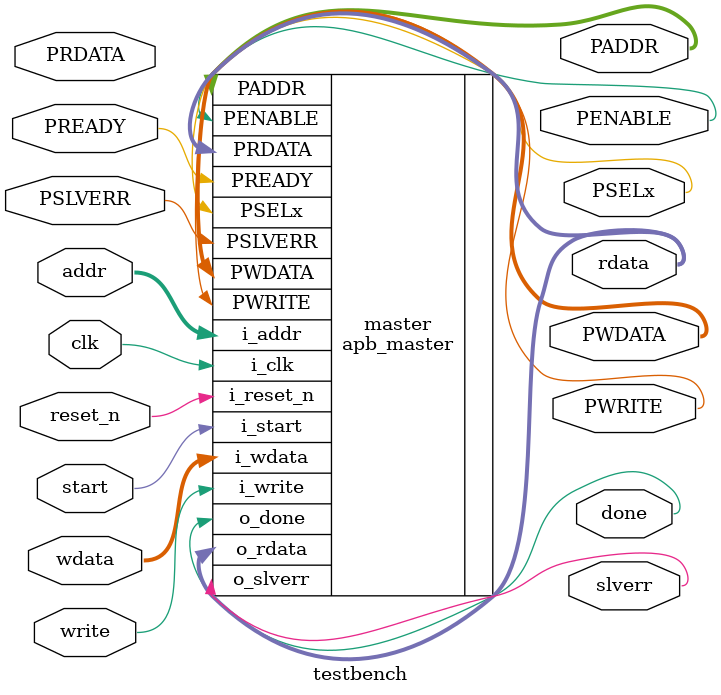
<source format=sv>
/*
 *  Copyright (C) 2020  Claire Wolf <claire@yosyshq.com>
 *
 *  Permission to use, copy, modify, and/or distribute this software for any
 *  purpose with or without fee is hereby granted, provided that the above
 *  copyright notice and this permission notice appear in all copies.
 *
 *  THE SOFTWARE IS PROVIDED "AS IS" AND THE AUTHOR DISCLAIMS ALL WARRANTIES
 *  WITH REGARD TO THIS SOFTWARE INCLUDING ALL IMPLIED WARRANTIES OF
 *  MERCHANTABILITY AND FITNESS. IN NO EVENT SHALL THE AUTHOR BE LIABLE FOR
 *  ANY SPECIAL, DIRECT, INDIRECT, OR CONSEQUENTIAL DAMAGES OR ANY DAMAGES
 *  WHATSOEVER RESULTING FROM LOSS OF USE, DATA OR PROFITS, WHETHER IN AN
 *  ACTION OF CONTRACT, NEGLIGENCE OR OTHER TORTIOUS ACTION, ARISING OUT OF
 *  OR IN CONNECTION WITH THE USE OR PERFORMANCE OF THIS SOFTWARE.
 *
 */

module testbench (
		input 	wire 	[0:0]	clk,        // APB clock
		input 	wire 	[0:0]	reset_n,    // APB reset (active low)
		input 	wire 	[0:0]	start,      // Start signal to initiate a transaction
		input 	wire 	[31:0] 	addr,   	// Address for the transaction
		input 	wire 	[31:0] 	wdata,  	// Write data (for write transactions)
		input 	wire 	[31:0] 	addr,     	// Address for the transaction
		input 	wire 	[0:0]  	start,    	// Start signal to initiate a transaction
		input 	wire 	[0:0]  	write,    	// Write/read control (1 = write, 0 = read)
		output 	reg 	[0:0]  	done,     	// Transaction completion signal
		output 	reg 	[31:0] 	rdata,    	// Read data (for read transactions)
		output 	reg 	[0:0]  	slverr,   	// Slave error
		output  reg     [31:0]  PADDR,      // APB address
		output  reg     [0:0]   PWRITE,     // APB write/read control (1 = write, 0 = read)
		output  reg     [31:0]  PWDATA,     // APB write data
		output  reg     [0:0]   PSELx,      // APB slave select
		output  reg     [0:0]   PENABLE,    // APB enable
		input   wire    [31:0]  PRDATA,     // APB read data
		input   wire    [0:0]   PREADY,     // APB ready signal from slave
		input   wire    [0:0]   PSLVERR     // APB slave error signal
	  );  
		// Instantiate the APB master
		apb_master master (
		  .i_clk(clk),
		  .i_reset_n(reset_n),
		  .PADDR(PADDR),
		  .PWRITE(PWRITE),
		  .PWDATA(PWDATA),
		  .PSELx(PSELx),
		  .PENABLE(PENABLE),
		  .PRDATA(rdata),         // PRDATA is driven by the slave (not used here)
		  .PREADY(PREADY),
		  .PSLVERR(PSLVERR),
		  .i_start(start),
		  .i_addr(addr),
		  .i_wdata(wdata),
		  .i_write(write),
		  .o_done(done),
		  .o_rdata(rdata),
		  .o_slverr(slverr)
		);
	  
		// Assumptions and assertions
		always @(posedge PCLK) begin
		  if (!PRESETn) begin
			// Reset state assumptions
			assume (PADDR == 32'h0);
			assume (PWRITE == 1'b0);
			assume (PWDATA == 32'h0);
			assume (PSELx == 1'b0);
			assume (PENABLE == 1'b0);
			assume (done == 1'b0);
		  end else begin
			// Protocol assumptions
			assume (PREADY == 0 || PREADY == 1); // PREADY is always 0 or 1
			assume (PSLVERR == 0 || PSLVERR == 1); // PSLVERR is always 0 or 1
	  
			// Write transaction assertions
			if (write && start) begin
			  assume (PADDR == addr); // Address is stable during write
			  assume (PWDATA == wdata); // Write data is stable during write
			  assume (PSELx == 1'b1); // PSELx is asserted during write
			  assume (PENABLE == 1'b0); // PENABLE is not asserted in the first cycle
	  
			  // Check that PENABLE is asserted in the second cycle
			  if ($past(PSELx) && !$past(PENABLE)) begin
				assert (PENABLE == 1'b1);
			  end
	  
			  // Check that the transaction completes when PREADY is asserted
			  if (PENABLE && PREADY) begin
				assert (done == 1'b1);
			  end
			end
	  
			// Read transaction assertions
			if (!write && start) begin
			  assume (PADDR == addr); // Address is stable during read
			  assume (PSELx == 1'b1); // PSELx is asserted during read
			  assume (PENABLE == 1'b0); // PENABLE is not asserted in the first cycle
	  
			  // Check that PENABLE is asserted in the second cycle
			  if ($past(PSELx) && !$past(PENABLE)) begin
				assert (PENABLE == 1'b1);
			  end
	  
			  // Check that the transaction completes when PREADY is asserted
			  if (PENABLE && PREADY) begin
				assert (done == 1'b1);
			  end
			end
	  
			// Wait state assertions
			if (PSELx && PENABLE && !PREADY) begin
			  // Signals must remain stable during wait states
			  assert (PADDR == $past(PADDR));
			  assert (PWRITE == $past(PWRITE));
			  assert (PWDATA == $past(PWDATA));
			  assert (PSELx == $past(PSELx));
			  assert (PENABLE == $past(PENABLE));
			end
		  end
		end
	  endmodule
</source>
